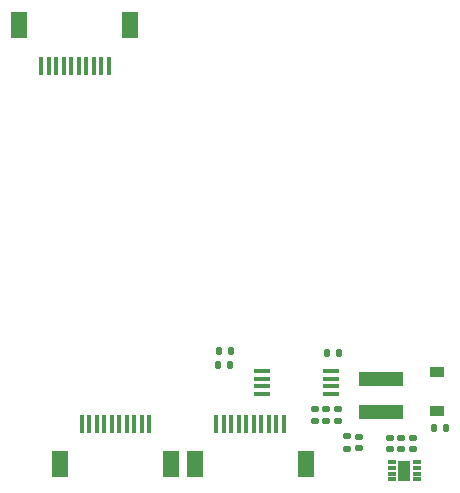
<source format=gbp>
%TF.GenerationSoftware,KiCad,Pcbnew,7.0.2*%
%TF.CreationDate,2023-07-30T22:14:57-04:00*%
%TF.ProjectId,ExternalFaces,45787465-726e-4616-9c46-616365732e6b,rev?*%
%TF.SameCoordinates,Original*%
%TF.FileFunction,Paste,Bot*%
%TF.FilePolarity,Positive*%
%FSLAX46Y46*%
G04 Gerber Fmt 4.6, Leading zero omitted, Abs format (unit mm)*
G04 Created by KiCad (PCBNEW 7.0.2) date 2023-07-30 22:14:57*
%MOMM*%
%LPD*%
G01*
G04 APERTURE LIST*
G04 Aperture macros list*
%AMRoundRect*
0 Rectangle with rounded corners*
0 $1 Rounding radius*
0 $2 $3 $4 $5 $6 $7 $8 $9 X,Y pos of 4 corners*
0 Add a 4 corners polygon primitive as box body*
4,1,4,$2,$3,$4,$5,$6,$7,$8,$9,$2,$3,0*
0 Add four circle primitives for the rounded corners*
1,1,$1+$1,$2,$3*
1,1,$1+$1,$4,$5*
1,1,$1+$1,$6,$7*
1,1,$1+$1,$8,$9*
0 Add four rect primitives between the rounded corners*
20,1,$1+$1,$2,$3,$4,$5,0*
20,1,$1+$1,$4,$5,$6,$7,0*
20,1,$1+$1,$6,$7,$8,$9,0*
20,1,$1+$1,$8,$9,$2,$3,0*%
G04 Aperture macros list end*
%ADD10RoundRect,0.135000X-0.185000X0.135000X-0.185000X-0.135000X0.185000X-0.135000X0.185000X0.135000X0*%
%ADD11R,0.380000X1.520000*%
%ADD12R,1.400000X2.290000*%
%ADD13RoundRect,0.140000X0.140000X0.170000X-0.140000X0.170000X-0.140000X-0.170000X0.140000X-0.170000X0*%
%ADD14RoundRect,0.140000X0.170000X-0.140000X0.170000X0.140000X-0.170000X0.140000X-0.170000X-0.140000X0*%
%ADD15R,0.700000X0.300000*%
%ADD16R,1.000000X1.700000*%
%ADD17RoundRect,0.140000X-0.170000X0.140000X-0.170000X-0.140000X0.170000X-0.140000X0.170000X0.140000X0*%
%ADD18R,1.475000X0.450000*%
%ADD19RoundRect,0.135000X0.135000X0.185000X-0.135000X0.185000X-0.135000X-0.185000X0.135000X-0.185000X0*%
%ADD20RoundRect,0.140000X-0.140000X-0.170000X0.140000X-0.170000X0.140000X0.170000X-0.140000X0.170000X0*%
%ADD21R,3.700000X1.200000*%
%ADD22R,1.200000X0.900000*%
%ADD23RoundRect,0.135000X-0.135000X-0.185000X0.135000X-0.185000X0.135000X0.185000X-0.135000X0.185000X0*%
G04 APERTURE END LIST*
D10*
X139720000Y-110830000D03*
X139720000Y-111850000D03*
D11*
X120577500Y-112070000D03*
X119942500Y-112070000D03*
X121847500Y-112070000D03*
X121212500Y-112070000D03*
X123117500Y-112070000D03*
X122482500Y-112070000D03*
X124387500Y-112070000D03*
X123752500Y-112070000D03*
X125657500Y-112070000D03*
X125022500Y-112070000D03*
D12*
X127510000Y-115500000D03*
X118090000Y-115500000D03*
D13*
X132480000Y-107100000D03*
X131520000Y-107100000D03*
D14*
X147000000Y-114180000D03*
X147000000Y-113220000D03*
D15*
X148300000Y-115270000D03*
X148300000Y-115770000D03*
X148300000Y-116270000D03*
X148300000Y-116770000D03*
X146200000Y-116770000D03*
X146200000Y-116270000D03*
X146200000Y-115770000D03*
X146200000Y-115270000D03*
D16*
X147250000Y-116020000D03*
D17*
X140660000Y-110830000D03*
X140660000Y-111790000D03*
D18*
X141088000Y-107595000D03*
X141088000Y-108245000D03*
X141088000Y-108895000D03*
X141088000Y-109545000D03*
X135212000Y-109545000D03*
X135212000Y-108895000D03*
X135212000Y-108245000D03*
X135212000Y-107595000D03*
D19*
X132570000Y-105920000D03*
X131550000Y-105920000D03*
D11*
X131977500Y-112070000D03*
X131342500Y-112070000D03*
X133247500Y-112070000D03*
X132612500Y-112070000D03*
X134517500Y-112070000D03*
X133882500Y-112070000D03*
X135787500Y-112070000D03*
X135152500Y-112070000D03*
X137057500Y-112070000D03*
X136422500Y-112070000D03*
D12*
X138910000Y-115500000D03*
X129490000Y-115500000D03*
D10*
X142392000Y-113130000D03*
X142392000Y-114150000D03*
D20*
X149800000Y-112400000D03*
X150760000Y-112400000D03*
D14*
X146000000Y-114180000D03*
X146000000Y-113220000D03*
D17*
X143430000Y-113180000D03*
X143430000Y-114140000D03*
D21*
X145310000Y-108230000D03*
X145310000Y-111030000D03*
D17*
X141650000Y-110830000D03*
X141650000Y-111790000D03*
X148000000Y-113232500D03*
X148000000Y-114192500D03*
D22*
X150020000Y-107650000D03*
X150020000Y-110950000D03*
D23*
X140690000Y-106100000D03*
X141710000Y-106100000D03*
D11*
X121582500Y-81730000D03*
X122217500Y-81730000D03*
X120312500Y-81730000D03*
X120947500Y-81730000D03*
X119042500Y-81730000D03*
X119677500Y-81730000D03*
X117772500Y-81730000D03*
X118407500Y-81730000D03*
X116502500Y-81730000D03*
X117137500Y-81730000D03*
D12*
X114650000Y-78300000D03*
X124070000Y-78300000D03*
M02*

</source>
